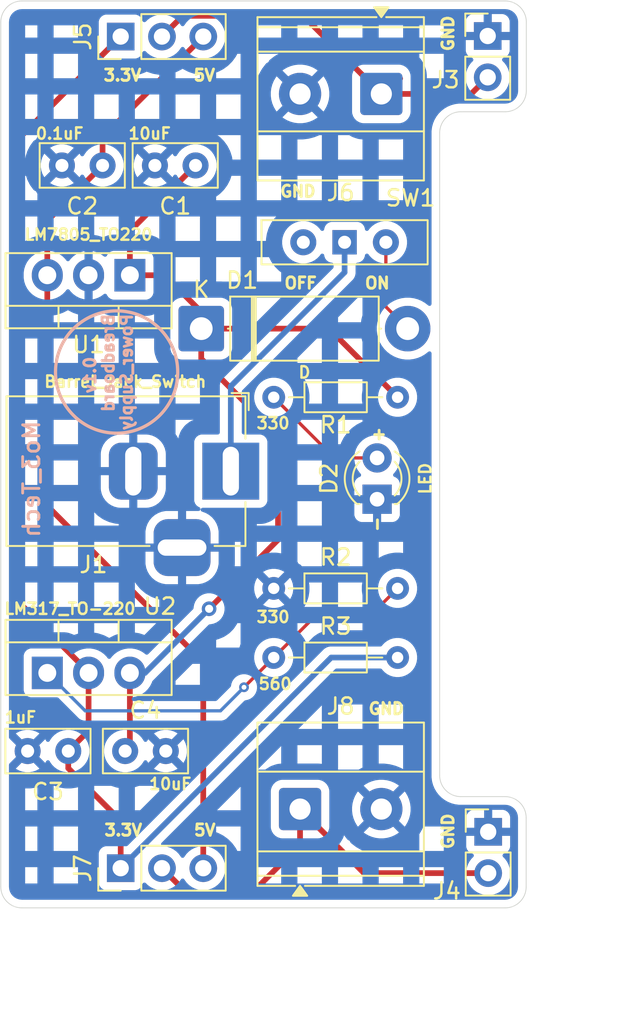
<source format=kicad_pcb>
(kicad_pcb (version 20241229) (generator "pcbnew") (generator_version "9.0")
  (title_block (title "Breadboard_Power_Supply_Layout") (date "2026-02-03") (rev "2"))
  (layers (0 "F.Cu" signal) (2 "B.Cu" signal) (13 "F.Paste" user) (15 "B.Paste" user) (5 "F.SilkS" user "F.Silkscreen") (7 "B.SilkS" user "B.Silkscreen") (1 "F.Mask" user) (3 "B.Mask" user) (25 "Edge.Cuts" user))
  (net 0 "")
  (net 1 "GND")
  (net 2 "/12V")
  (net 3 "/5V")
  (net 4 "/3.3V")
  (net 5 "Net-(D1-A)")
  (net 6 "Net-(D2-A)")
  (net 7 "/PWR_INPUT")
  (net 8 "/PWR_OUTPUT_TOP")
  (net 9 "Net-(U2-ADJ)")
  (net 11 "/PWR_OUTPUT_BOT")
  (footprint "Resistor_THT:R_Axial_DIN0204_L3.6mm_D1.6mm_P7.62mm_Horizontal" (layer "F.Cu") (at 123.89 95.25)
    (property "Reference" "R3" (at 3.81 -1.92 0) (layer "F.SilkS"))
    (property "Value" "560" (at 0.0874 1.6256 0) (layer "F.SilkS") (effects (font (size 0.7 0.7))))
    (fp_line (start 0.94 0) (end 1.89 0) (stroke (width 0.12)) (layer "F.SilkS"))
    (fp_line (start 6.68 0) (end 5.73 0) (stroke (width 0.12)) (layer "F.SilkS"))
    (fp_rect (start 1.89 -0.92) (end 5.73 0.92) (stroke (width 0.12)) (fill no) (layer "F.SilkS"))
    (pad "1" thru_hole circle (at 0 0) (size 1.4 1.4) (drill 0.7) (layers "*.Cu" "*.Mask") (net 9 "Net-(U2-ADJ)"))
    (pad "2" thru_hole circle (at 7.62 0) (size 1.4 1.4) (drill 0.7) (layers "*.Cu" "*.Mask") (net 4 "/3.3V"))
  )
  (footprint "Diode_THT:D_5W_P12.70mm_Horizontal" (layer "F.Cu") (at 119.4308 75.0316)
    (property "Reference" "D1" (at 2.5146 -2.97 0) (layer "F.SilkS"))
    (property "Value" "D" (at 6.35 2.6924 0) (layer "F.SilkS") (effects (font (size 0.7 0.7))))
    (fp_line (start 1.64 0) (end 1.78 0) (stroke (width 0.12)) (layer "F.SilkS"))
    (fp_line (start 3.115 -1.97) (end 3.115 1.97) (stroke (width 0.12)) (layer "F.SilkS"))
    (fp_line (start 3.235 -1.97) (end 3.235 1.97) (stroke (width 0.12)) (layer "F.SilkS"))
    (fp_line (start 3.355 -1.97) (end 3.355 1.97) (stroke (width 0.12)) (layer "F.SilkS"))
    (fp_line (start 11.06 0) (end 10.92 0) (stroke (width 0.12)) (layer "F.SilkS"))
    (fp_rect (start 1.78 -1.97) (end 10.92 1.97) (stroke (width 0.12)) (fill no) (layer "F.SilkS"))
    (fp_text user "K" (at 0 -2.4 0) (layer "F.SilkS"))
    (pad "1" thru_hole roundrect (at 0 0) (size 2.8 2.8) (drill 1.4) (layers "*.Cu" "*.Mask") (roundrect_rratio 0.089286) (net 2 "/12V"))
    (pad "2" thru_hole circle (at 12.7 0) (size 2.8 2.8) (drill 1.4) (layers "*.Cu" "*.Mask") (net 5 "Net-(D1-A)"))
  )
  (footprint "Capacitor_THT:C_Disc_D5.0mm_W2.5mm_P2.50mm" (layer "F.Cu") (at 113.3602 65 180)
    (property "Reference" "C2" (at 1.25 -2.5 0) (layer "F.SilkS"))
    (property "Value" "0.1uF" (at 2.6416 1.9572 0) (layer "F.SilkS") (effects (font (size 0.7 0.7))))
    (fp_line (start 3.87 1.37) (end -1.37 1.37) (stroke (width 0.12)) (layer "F.SilkS"))
    (fp_line (start 3.87 -1.37) (end 3.87 1.37) (stroke (width 0.12)) (layer "F.SilkS"))
    (fp_line (start -1.37 1.37) (end -1.37 -1.37) (stroke (width 0.12)) (layer "F.SilkS"))
    (fp_line (start -1.37 -1.37) (end 3.87 -1.37) (stroke (width 0.12)) (layer "F.SilkS"))
    (pad "1" thru_hole circle (at 0 0 180) (size 1.6 1.6) (drill 0.8) (layers "*.Cu" "*.Mask") (net 3 "/5V"))
    (pad "2" thru_hole circle (at 2.5 0 180) (size 1.6 1.6) (drill 0.8) (layers "*.Cu" "*.Mask") (net 1 "GND"))
  )
  (footprint "Capacitor_THT:C_Disc_D5.0mm_W2.5mm_P2.50mm" (layer "F.Cu") (at 111.25 101 180)
    (property "Reference" "C3" (at 1.25 -2.5 0) (layer "F.SilkS"))
    (property "Value" "1uF" (at 2.9444 2.067 0) (layer "F.SilkS") (effects (font (size 0.7 0.7))))
    (fp_line (start 3.87 1.37) (end -1.37 1.37) (stroke (width 0.12)) (layer "F.SilkS"))
    (fp_line (start 3.87 -1.37) (end 3.87 1.37) (stroke (width 0.12)) (layer "F.SilkS"))
    (fp_line (start -1.37 1.37) (end -1.37 -1.37) (stroke (width 0.12)) (layer "F.SilkS"))
    (fp_line (start -1.37 -1.37) (end 3.87 -1.37) (stroke (width 0.12)) (layer "F.SilkS"))
    (pad "1" thru_hole circle (at 0 0 180) (size 1.6 1.6) (drill 0.8) (layers "*.Cu" "*.Mask") (net 4 "/3.3V"))
    (pad "2" thru_hole circle (at 2.5 0 180) (size 1.6 1.6) (drill 0.8) (layers "*.Cu" "*.Mask") (net 1 "GND"))
  )
  (footprint "Connector_PinHeader_2.54mm:PinHeader_1x03_P2.54mm_Vertical" (layer "F.Cu") (at 114.475 108.20063 90)
    (property "Reference" "J7" (at 0 -2.33 90) (layer "F.SilkS"))
    (property "Value" "Conn_01x03_Pin" (hide yes))
    (fp_line (start -1.38 -1.38) (end 0 -1.38) (stroke (width 0.12)) (layer "F.SilkS"))
    (fp_line (start -1.38 0) (end -1.38 -1.38) (stroke (width 0.12)) (layer "F.SilkS"))
    (fp_line (start 1.38 1.27) (end 1.38 6.46) (stroke (width 0.12)) (layer "F.SilkS"))
    (fp_line (start -1.38 1.27) (end 1.38 1.27) (stroke (width 0.12)) (layer "F.SilkS"))
    (fp_line (start -1.38 1.27) (end -1.38 6.46) (stroke (width 0.12)) (layer "F.SilkS"))
    (fp_line (start -1.38 6.46) (end 1.38 6.46) (stroke (width 0.12)) (layer "F.SilkS"))
    (pad "1" thru_hole rect (at 0 0 90) (size 1.7 1.7) (drill 1) (layers "*.Cu" "*.Mask") (net 4 "/3.3V"))
    (pad "2" thru_hole circle (at 0 2.54 90) (size 1.7 1.7) (drill 1) (layers "*.Cu" "*.Mask") (net 11 "/PWR_OUTPUT_BOT"))
    (pad "3" thru_hole circle (at 0 5.08 90) (size 1.7 1.7) (drill 1) (layers "*.Cu" "*.Mask") (net 3 "/5V"))
  )
  (footprint "Connector_PinHeader_2.54mm:PinHeader_1x02_P2.54mm_Vertical" (layer "F.Cu") (at 137.0552 57.0434)
    (property "Reference" "J3" (at -2.5908 2.6974 0) (layer "F.SilkS"))
    (property "Value" "Conn_01x02_Pin" (hide yes))
    (fp_line (start -1.38 -1.38) (end 0 -1.38) (stroke (width 0.12)) (layer "F.SilkS"))
    (fp_line (start -1.38 0) (end -1.38 -1.38) (stroke (width 0.12)) (layer "F.SilkS"))
    (fp_line (start -1.38 1.27) (end -1.38 3.92) (stroke (width 0.12)) (layer "F.SilkS"))
    (fp_line (start -1.38 1.27) (end 1.38 1.27) (stroke (width 0.12)) (layer "F.SilkS"))
    (fp_line (start -1.38 3.92) (end 1.38 3.92) (stroke (width 0.12)) (layer "F.SilkS"))
    (fp_line (start 1.38 1.27) (end 1.38 3.92) (stroke (width 0.12)) (layer "F.SilkS"))
    (pad "1" thru_hole rect (at 0 0) (size 1.7 1.7) (drill 1) (layers "*.Cu" "*.Mask") (net 1 "GND"))
    (pad "2" thru_hole circle (at 0 2.54) (size 1.7 1.7) (drill 1) (layers "*.Cu" "*.Mask") (net 8 "/PWR_OUTPUT_TOP"))
  )
  (footprint "Capacitor_THT:C_Disc_D5.0mm_W2.5mm_P2.50mm" (layer "F.Cu") (at 114.75 101)
    (property "Reference" "C4" (at 1.25 -2.5 0) (layer "F.SilkS"))
    (property "Value" "10uF" (at 2.7758 2.0224 0) (layer "F.SilkS") (effects (font (size 0.7 0.7))))
    (fp_line (start -1.37 -1.37) (end 3.87 -1.37) (stroke (width 0.12)) (layer "F.SilkS"))
    (fp_line (start -1.37 1.37) (end -1.37 -1.37) (stroke (width 0.12)) (layer "F.SilkS"))
    (fp_line (start 3.87 -1.37) (end 3.87 1.37) (stroke (width 0.12)) (layer "F.SilkS"))
    (fp_line (start 3.87 1.37) (end -1.37 1.37) (stroke (width 0.12)) (layer "F.SilkS"))
    (pad "1" thru_hole circle (at 0 0) (size 1.6 1.6) (drill 0.8) (layers "*.Cu" "*.Mask") (net 2 "/12V"))
    (pad "2" thru_hole circle (at 2.5 0) (size 1.6 1.6) (drill 0.8) (layers "*.Cu" "*.Mask") (net 1 "GND"))
  )
  (footprint "Button_Switch_THT:SW_Slide-03_Wuerth-WS-SLTV_10x2.5x6.4_P2.54mm" (layer "F.Cu") (at 128.25 69.723)
    (property "Reference" "SW1" (at 4.0586 -2.7178 0) (layer "F.SilkS"))
    (property "Value" "SW_Wuerth_450301014042" (hide yes))
    (fp_rect (start -5.11 -1.36) (end 5.11 1.36) (stroke (width 0.12)) (fill no) (layer "F.SilkS"))
    (pad "1" thru_hole rect (at 0 0) (size 1.5 1.5) (drill 0.8) (layers "*.Cu" "*.Mask") (net 7 "/PWR_INPUT"))
    (pad "2" thru_hole circle (at -2.54 0) (size 1.6 1.6) (drill 0.8) (layers "*.Cu" "*.Mask"))
    (pad "3" thru_hole circle (at 2.54 0) (size 1.6 1.6) (drill 0.8) (layers "*.Cu" "*.Mask") (net 5 "Net-(D1-A)"))
  )
  (footprint "Package_TO_SOT_THT:TO-220-3_Vertical" (layer "F.Cu") (at 115.04 71.75 180)
    (property "Reference" "U1" (at 2.54 -4.27 0) (layer "F.SilkS"))
    (property "Value" "LM7805_TO220" (at 2.54 2.5 0) (layer "F.SilkS") (effects (font (size 0.7 0.7))))
    (fp_line (start 7.65 1.36) (end -2.57 1.36) (stroke (width 0.12)) (layer "F.SilkS"))
    (fp_line (start 7.65 -3.26) (end 7.65 1.36) (stroke (width 0.12)) (layer "F.SilkS"))
    (fp_line (start 4.39 -3.26) (end 4.39 -1.88) (stroke (width 0.12)) (layer "F.SilkS"))
    (fp_line (start 0.69 -3.26) (end 0.69 -1.88) (stroke (width 0.12)) (layer "F.SilkS"))
    (fp_line (start -2.57 1.36) (end -2.57 -3.26) (stroke (width 0.12)) (layer "F.SilkS"))
    (fp_line (start -2.57 -1.88) (end 7.65 -1.88) (stroke (width 0.12)) (layer "F.SilkS"))
    (fp_line (start -2.57 -3.26) (end 7.65 -3.26) (stroke (width 0.12)) (layer "F.SilkS"))
    (pad "1" thru_hole rect (at 0 0 180) (size 1.905 2) (drill 1.1) (layers "*.Cu" "*.Mask") (net 2 "/12V"))
    (pad "2" thru_hole oval (at 2.54 0 180) (size 1.905 2) (drill 1.1) (layers "*.Cu" "*.Mask") (net 1 "GND"))
    (pad "3" thru_hole oval (at 5.08 0 180) (size 1.905 2) (drill 1.1) (layers "*.Cu" "*.Mask") (net 3 "/5V"))
  )
  (footprint "Connector_BarrelJack:BarrelJack_Horizontal" (layer "F.Cu") (at 121.25 83.7925)
    (property "Reference" "J1" (at -8.45 5.75 0) (layer "F.SilkS"))
    (property "Value" "Barrel_Jack_Switch" (at -6.4928 -5.5 0) (layer "F.SilkS") (effects (font (size 0.7 0.7))))
    (fp_line (start -13.8 -4.6) (end 0.9 -4.6) (stroke (width 0.12)) (layer "F.SilkS"))
    (fp_line (start -13.8 4.6) (end -13.8 -4.6) (stroke (width 0.12)) (layer "F.SilkS"))
    (fp_line (start -5 4.6) (end -13.8 4.6) (stroke (width 0.12)) (layer "F.SilkS"))
    (fp_line (start 0.05 -4.8) (end 1.1 -4.8) (stroke (width 0.12)) (layer "F.SilkS"))
    (fp_line (start 0.9 -4.6) (end 0.9 -2) (stroke (width 0.12)) (layer "F.SilkS"))
    (fp_line (start 0.9 1.9) (end 0.9 4.6) (stroke (width 0.12)) (layer "F.SilkS"))
    (fp_line (start 0.9 4.6) (end -1 4.6) (stroke (width 0.12)) (layer "F.SilkS"))
    (fp_line (start 1.1 -3.75) (end 1.1 -4.8) (stroke (width 0.12)) (layer "F.SilkS"))
    (pad "1" thru_hole rect (at 0 0) (size 3.5 3.5) (drill oval 1 3) (layers "*.Cu" "*.Mask") (net 7 "/PWR_INPUT"))
    (pad "2" thru_hole roundrect (at -6 0) (size 3 3.5) (drill oval 1 3) (layers "*.Cu" "*.Mask") (net 1 "GND"))
    (pad "3" thru_hole roundrect (at -3 4.7) (size 3.5 3.5) (drill oval 3 1) (layers "*.Cu" "*.Mask") (net 1 "GND"))
  )
  (footprint "Capacitor_THT:C_Disc_D5.0mm_W2.5mm_P2.50mm" (layer "F.Cu") (at 119.0806 65 180)
    (property "Reference" "C1" (at 1.25 -2.5 0) (layer "F.SilkS"))
    (property "Value" "10uF" (at 2.8248 1.9572 0) (layer "F.SilkS") (effects (font (size 0.7 0.7))))
    (fp_line (start 3.87 1.37) (end -1.37 1.37) (stroke (width 0.12)) (layer "F.SilkS"))
    (fp_line (start 3.87 -1.37) (end 3.87 1.37) (stroke (width 0.12)) (layer "F.SilkS"))
    (fp_line (start -1.37 1.37) (end -1.37 -1.37) (stroke (width 0.12)) (layer "F.SilkS"))
    (fp_line (start -1.37 -1.37) (end 3.87 -1.37) (stroke (width 0.12)) (layer "F.SilkS"))
    (pad "1" thru_hole circle (at 0 0 180) (size 1.6 1.6) (drill 0.8) (layers "*.Cu" "*.Mask") (net 2 "/12V"))
    (pad "2" thru_hole circle (at 2.5 0 180) (size 1.6 1.6) (drill 0.8) (layers "*.Cu" "*.Mask") (net 1 "GND"))
  )
  (footprint "Resistor_THT:R_Axial_DIN0204_L3.6mm_D1.6mm_P7.62mm_Horizontal" (layer "F.Cu") (at 123.89 91)
    (property "Reference" "R2" (at 3.81 -1.92 0) (layer "F.SilkS"))
    (property "Value" "330" (at -0.0396 1.7608 0) (layer "F.SilkS") (effects (font (size 0.7 0.7))))
    (fp_line (start 0.94 0) (end 1.89 0) (stroke (width 0.12)) (layer "F.SilkS"))
    (fp_line (start 6.68 0) (end 5.73 0) (stroke (width 0.12)) (layer "F.SilkS"))
    (fp_rect (start 1.89 -0.92) (end 5.73 0.92) (stroke (width 0.12)) (fill no) (layer "F.SilkS"))
    (pad "1" thru_hole circle (at 0 0) (size 1.4 1.4) (drill 0.7) (layers "*.Cu" "*.Mask") (net 1 "GND"))
    (pad "2" thru_hole circle (at 7.62 0) (size 1.4 1.4) (drill 0.7) (layers "*.Cu" "*.Mask") (net 9 "Net-(U2-ADJ)"))
  )
  (footprint "TerminalBlock_Phoenix:TerminalBlock_Phoenix_MKDS-1,5-2_1x02_P5.00mm_Horizontal" (layer "F.Cu") (at 125.51 104.5665)
    (property "Reference" "J8" (at 2.5 -6.32 0) (layer "F.SilkS"))
    (property "Value" "Screw_Terminal_01x02" (hide yes))
    (fp_line (start -2.62 -5.32) (end 7.62 -5.32) (stroke (width 0.12)) (layer "F.SilkS"))
    (fp_line (start -2.62 -2.3) (end 7.62 -2.3) (stroke (width 0.12)) (layer "F.SilkS"))
    (fp_line (start -2.62 2.6) (end 7.62 2.6) (stroke (width 0.12)) (layer "F.SilkS"))
    (fp_line (start -2.62 4.1) (end 7.62 4.1) (stroke (width 0.12)) (layer "F.SilkS"))
    (fp_line (start -2.62 4.72) (end -2.62 -5.32) (stroke (width 0.12)) (layer "F.SilkS"))
    (fp_line (start -0.3 4.72) (end -2.62 4.72) (stroke (width 0.12)) (layer "F.SilkS"))
    (fp_line (start 7.62 -5.32) (end 7.62 4.72) (stroke (width 0.12)) (layer "F.SilkS"))
    (fp_line (start 7.62 4.72) (end 0.3 4.72) (stroke (width 0.12)) (layer "F.SilkS"))
    (fp_poly (pts (xy 0 4.72) (xy 0.44 5.33) (xy -0.44 5.33)) (stroke (width 0.12)) (fill yes) (layer "F.SilkS"))
    (pad "1" thru_hole roundrect (at 0 0) (size 2.6 2.6) (drill 1.3) (layers "*.Cu" "*.Mask") (roundrect_rratio 0.096154) (net 11 "/PWR_OUTPUT_BOT"))
    (pad "2" thru_hole circle (at 5 0) (size 2.6 2.6) (drill 1.3) (layers "*.Cu" "*.Mask") (net 1 "GND"))
  )
  (footprint "Connector_PinHeader_2.54mm:PinHeader_1x02_P2.54mm_Vertical" (layer "F.Cu") (at 137.0838 105.9638)
    (property "Reference" "J4" (at -2.5432 3.6372 0) (layer "F.SilkS"))
    (property "Value" "Conn_01x02_Pin" (hide yes))
    (fp_line (start -1.38 -1.38) (end 0 -1.38) (stroke (width 0.12)) (layer "F.SilkS"))
    (fp_line (start -1.38 0) (end -1.38 -1.38) (stroke (width 0.12)) (layer "F.SilkS"))
    (fp_line (start -1.38 1.27) (end -1.38 3.92) (stroke (width 0.12)) (layer "F.SilkS"))
    (fp_line (start -1.38 1.27) (end 1.38 1.27) (stroke (width 0.12)) (layer "F.SilkS"))
    (fp_line (start -1.38 3.92) (end 1.38 3.92) (stroke (width 0.12)) (layer "F.SilkS"))
    (fp_line (start 1.38 1.27) (end 1.38 3.92) (stroke (width 0.12)) (layer "F.SilkS"))
    (pad "1" thru_hole rect (at 0 0) (size 1.7 1.7) (drill 1) (layers "*.Cu" "*.Mask") (net 1 "GND"))
    (pad "2" thru_hole circle (at 0 2.54) (size 1.7 1.7) (drill 1) (layers "*.Cu" "*.Mask") (net 11 "/PWR_OUTPUT_BOT"))
  )
  (footprint "Connector_PinHeader_2.54mm:PinHeader_1x03_P2.54mm_Vertical" (layer "F.Cu") (at 114.475 57.0775 90)
    (property "Reference" "J5" (at 0 -2.33 90) (layer "F.SilkS"))
    (property "Value" "Conn_01x03_Pin" (hide yes))
    (fp_line (start -1.38 -1.38) (end 0 -1.38) (stroke (width 0.12)) (layer "F.SilkS"))
    (fp_line (start -1.38 0) (end -1.38 -1.38) (stroke (width 0.12)) (layer "F.SilkS"))
    (fp_line (start 1.38 1.27) (end 1.38 6.46) (stroke (width 0.12)) (layer "F.SilkS"))
    (fp_line (start -1.38 1.27) (end 1.38 1.27) (stroke (width 0.12)) (layer "F.SilkS"))
    (fp_line (start -1.38 1.27) (end -1.38 6.46) (stroke (width 0.12)) (layer "F.SilkS"))
    (fp_line (start -1.38 6.46) (end 1.38 6.46) (stroke (width 0.12)) (layer "F.SilkS"))
    (pad "1" thru_hole rect (at 0 0 90) (size 1.7 1.7) (drill 1) (layers "*.Cu" "*.Mask") (net 4 "/3.3V"))
    (pad "2" thru_hole circle (at 0 2.54 90) (size 1.7 1.7) (drill 1) (layers "*.Cu" "*.Mask") (net 8 "/PWR_OUTPUT_TOP"))
    (pad "3" thru_hole circle (at 0 5.08 90) (size 1.7 1.7) (drill 1) (layers "*.Cu" "*.Mask") (net 3 "/5V"))
  )
  (footprint "Package_TO_SOT_THT:TO-220-3_Vertical" (layer "F.Cu") (at 109.96 96.195)
    (property "Reference" "U2" (at 6.9308 -4.0946 0) (layer "F.SilkS"))
    (property "Value" "LM317_TO-220" (at 1.3936 -3.9422 0) (layer "F.SilkS") (effects (font (size 0.7 0.7))))
    (fp_line (start -2.57 -3.26) (end 7.65 -3.26) (stroke (width 0.12)) (layer "F.SilkS"))
    (fp_line (start -2.57 -1.88) (end 7.65 -1.88) (stroke (width 0.12)) (layer "F.SilkS"))
    (fp_line (start -2.57 1.36) (end -2.57 -3.26) (stroke (width 0.12)) (layer "F.SilkS"))
    (fp_line (start 0.69 -3.26) (end 0.69 -1.88) (stroke (width 0.12)) (layer "F.SilkS"))
    (fp_line (start 4.39 -3.26) (end 4.39 -1.88) (stroke (width 0.12)) (layer "F.SilkS"))
    (fp_line (start 7.65 -3.26) (end 7.65 1.36) (stroke (width 0.12)) (layer "F.SilkS"))
    (fp_line (start 7.65 1.36) (end -2.57 1.36) (stroke (width 0.12)) (layer "F.SilkS"))
    (pad "1" thru_hole rect (at 0 0) (size 1.905 2) (drill 1.1) (layers "*.Cu" "*.Mask") (net 9 "Net-(U2-ADJ)"))
    (pad "2" thru_hole oval (at 2.54 0) (size 1.905 2) (drill 1.1) (layers "*.Cu" "*.Mask") (net 4 "/3.3V"))
    (pad "3" thru_hole oval (at 5.08 0) (size 1.905 2) (drill 1.1) (layers "*.Cu" "*.Mask") (net 2 "/12V"))
  )
  (footprint "LED_THT:LED_D3.0mm" (layer "F.Cu") (at 130.25 85.52 90)
    (property "Reference" "D2" (at 1.27 -2.96 90) (layer "F.SilkS"))
    (property "Value" "LED" (at 1.27 2.96 90) (layer "F.SilkS") (effects (font (size 0.7 0.7))))
    (fp_line (start -0.29 -1.236) (end -0.29 -1.08) (stroke (width 0.12)) (layer "F.SilkS"))
    (fp_line (start -0.29 1.08) (end -0.29 1.236) (stroke (width 0.12)) (layer "F.SilkS"))
    (fp_arc (start -0.29 -1.235516) (mid 1.36566 -1.987699) (end 2.941437 -1.08) (stroke (width 0.12)) (layer "F.SilkS"))
    (fp_arc (start 0.229039 -1.08) (mid 1.27 -1.5) (end 2.310961 -1.08) (stroke (width 0.12)) (layer "F.SilkS"))
    (fp_arc (start 2.941437 1.08) (mid 1.36566 1.987699) (end -0.29 1.235516) (stroke (width 0.12)) (layer "F.SilkS"))
    (fp_arc (start 2.310961 1.08) (mid 1.27 1.5) (end 0.229039 1.08) (stroke (width 0.12)) (layer "F.SilkS"))
    (pad "1" thru_hole rect (at 0 0 90) (size 1.8 1.8) (drill 0.9) (layers "*.Cu" "*.Mask") (net 1 "GND"))
    (pad "2" thru_hole circle (at 2.54 0 90) (size 1.8 1.8) (drill 0.9) (layers "*.Cu" "*.Mask") (net 6 "Net-(D2-A)"))
  )
  (footprint "Resistor_THT:R_Axial_DIN0204_L3.6mm_D1.6mm_P7.62mm_Horizontal" (layer "F.Cu") (at 123.89 79.25)
    (property "Reference" "R1" (at 3.81 1.6998 0) (layer "F.SilkS"))
    (property "Value" "330" (at -0.0396 1.5982 0) (layer "F.SilkS") (effects (font (size 0.7 0.7))))
    (fp_line (start 0.94 0) (end 1.89 0) (stroke (width 0.12)) (layer "F.SilkS"))
    (fp_line (start 6.68 0) (end 5.73 0) (stroke (width 0.12)) (layer "F.SilkS"))
    (fp_rect (start 1.89 -0.92) (end 5.73 0.92) (stroke (width 0.12)) (fill no) (layer "F.SilkS"))
    (pad "1" thru_hole circle (at 0 0) (size 1.4 1.4) (drill 0.7) (layers "*.Cu" "*.Mask") (net 6 "Net-(D2-A)"))
    (pad "2" thru_hole circle (at 7.62 0) (size 1.4 1.4) (drill 0.7) (layers "*.Cu" "*.Mask") (net 2 "/12V"))
  )
  (footprint "TerminalBlock_Phoenix:TerminalBlock_Phoenix_MKDS-1,5-2_1x02_P5.00mm_Horizontal" (layer "F.Cu") (at 130.51 60.6044 180)
    (property "Reference" "J6" (at 2.5 -6.0706 0) (layer "F.SilkS"))
    (property "Value" "Screw_Terminal_01x02" (hide yes))
    (fp_line (start 7.62 4.72) (end 0.3 4.72) (stroke (width 0.12)) (layer "F.SilkS"))
    (fp_line (start 7.62 -5.32) (end 7.62 4.72) (stroke (width 0.12)) (layer "F.SilkS"))
    (fp_line (start -0.3 4.72) (end -2.62 4.72) (stroke (width 0.12)) (layer "F.SilkS"))
    (fp_line (start -2.62 4.72) (end -2.62 -5.32) (stroke (width 0.12)) (layer "F.SilkS"))
    (fp_line (start -2.62 4.1) (end 7.62 4.1) (stroke (width 0.12)) (layer "F.SilkS"))
    (fp_line (start -2.62 2.6) (end 7.62 2.6) (stroke (width 0.12)) (layer "F.SilkS"))
    (fp_line (start -2.62 -2.3) (end 7.62 -2.3) (stroke (width 0.12)) (layer "F.SilkS"))
    (fp_line (start -2.62 -5.32) (end 7.62 -5.32) (stroke (width 0.12)) (layer "F.SilkS"))
    (fp_poly (pts (xy 0 4.72) (xy 0.44 5.33) (xy -0.44 5.33)) (stroke (width 0.12)) (fill yes) (layer "F.SilkS"))
    (pad "1" thru_hole roundrect (at 0 0 180) (size 2.6 2.6) (drill 1.3) (layers "*.Cu" "*.Mask") (roundrect_rratio 0.096154) (net 8 "/PWR_OUTPUT_TOP"))
    (pad "2" thru_hole circle (at 5 0 180) (size 2.6 2.6) (drill 1.3) (layers "*.Cu" "*.Mask") (net 1 "GND"))
  )
  (gr_circle (center 114.2238 77.699399) (end 111.565079 75.040678) (stroke (width 0.2)) (fill no) (layer "B.SilkS"))
  (gr_line (start 138.133165 61.7) (end 135.4 61.7) (stroke (width 0.05)) (layer "Edge.Cuts"))
  (gr_line (start 107.1 56.1894) (end 107.1 109.3424) (stroke (width 0.05)) (layer "Edge.Cuts"))
  (gr_line (start 134.1 63) (end 134.1 102.5) (stroke (width 0.05)) (layer "Edge.Cuts"))
  (gr_arc (start 107.1 56.1894) (mid 107.480761 55.270161) (end 108.4 54.8894) (stroke (width 0.05)) (layer "Edge.Cuts"))
  (gr_arc (start 135.4 103.8) (mid 134.480761 103.419239) (end 134.1 102.5) (stroke (width 0.05)) (layer "Edge.Cuts"))
  (gr_line (start 138.123167 103.8) (end 135.4 103.8) (stroke (width 0.05)) (layer "Edge.Cuts"))
  (gr_arc (start 138.130592 54.8894) (mid 139.05 55.270231) (end 139.430831 56.189639) (stroke (width 0.05)) (layer "Edge.Cuts"))
  (gr_arc (start 139.429765 60.4034) (mid 139.05 61.320235) (end 138.133165 61.7) (stroke (width 0.05)) (layer "Edge.Cuts"))
  (gr_arc (start 108.3976 110.64) (mid 107.480058 110.259942) (end 107.1 109.3424) (stroke (width 0.05)) (layer "Edge.Cuts"))
  (gr_arc (start 138.123167 103.8) (mid 139.04 104.179766) (end 139.419767 105.0966) (stroke (width 0.05)) (layer "Edge.Cuts"))
  (gr_line (start 108.4 54.8894) (end 138.130592 54.8894) (stroke (width 0.05)) (layer "Edge.Cuts"))
  (gr_line (start 139.42 109.35) (end 139.42 105.1) (stroke (width 0.05)) (layer "Edge.Cuts"))
  (gr_arc (start 139.42 109.35) (mid 139.042168 110.262168) (end 138.13 110.64) (stroke (width 0.05)) (layer "Edge.Cuts"))
  (gr_line (start 108.4 110.64) (end 138.130592 110.64) (stroke (width 0.05)) (layer "Edge.Cuts"))
  (gr_line (start 139.43 56.189639) (end 139.43 60.4) (stroke (width 0.05)) (layer "Edge.Cuts"))
  (gr_arc (start 134.1 63) (mid 134.480761 62.080761) (end 135.4 61.7) (stroke (width 0.05)) (layer "Edge.Cuts"))
  (gr_text "GND" (at 129.6342 98.806 0) (layer "F.SilkS") (effects (font (size 0.7 0.7) (thickness 0.175) (bold yes)) (justify left bottom)))
  (gr_text "OFF" (at 124.46 72.644 0) (layer "F.SilkS") (effects (font (size 0.7 0.7) (thickness 0.175) (bold yes)) (justify left bottom)))
  (gr_text "GND" (at 135.0232 58.0644 90) (layer "F.SilkS") (effects (font (size 0.7 0.7) (thickness 0.175) (bold yes)) (justify left bottom)))
  (gr_text "ON" (at 129.413 72.644 0) (layer "F.SilkS") (effects (font (size 0.7 0.7) (thickness 0.175) (bold yes)) (justify left bottom)))
  (gr_text "-" (at 130.6322 87.6046 90) (layer "F.SilkS") (effects (font (size 0.7 0.7) (thickness 0.175) (bold yes)) (justify left bottom)))
  (gr_text "3.3V" (at 113.3856 106.2736 0) (layer "F.SilkS") (effects (font (size 0.7 0.7) (thickness 0.175) (bold yes)) (justify left bottom)))
  (gr_text "GND" (at 124.1986 67.0052 0) (layer "F.SilkS") (effects (font (size 0.7 0.7) (thickness 0.175) (bold yes)) (justify left bottom)))
  (gr_text "3.3V" (at 113.3348 59.8678 0) (layer "F.SilkS") (effects (font (size 0.7 0.7) (thickness 0.175) (bold yes)) (justify left bottom)))
  (gr_text "+" (at 130.7338 82.0928 90) (layer "F.SilkS") (effects (font (size 0.7 0.7) (thickness 0.175) (bold yes)) (justify left bottom)))
  (gr_text "5V" (at 118.8974 106.2736 0) (layer "F.SilkS") (effects (font (size 0.7 0.7) (thickness 0.175) (bold yes)) (justify left bottom)))
  (gr_text "5V" (at 118.872 59.8678 0) (layer "F.SilkS") (effects (font (size 0.7 0.7) (thickness 0.175) (bold yes)) (justify left bottom)))
  (gr_text "GND" (at 135.0232 107.1118 90) (layer "F.SilkS") (effects (font (size 0.7 0.7) (thickness 0.175) (bold yes)) (justify left bottom)))
  (gr_text "Mo3_Tech" (at 109.5756 80.5942 90) (layer "B.SilkS") (effects (font (size 1 1) (thickness 0.175) (bold yes)) (justify left bottom mirror)))
  (gr_text "	0.1v\nBreadboard\nPower_Supply" (at 115.25 74.041 90) (layer "B.SilkS") (effects (font (size 0.7 0.7) (thickness 0.175) (bold yes)) (justify left bottom mirror)))
  (segment (start 119.4308 74) (end 119.4308 75.0316) (width 0.35) (layer "F.Cu") (net 2))
  (segment (start 115.04 71.75) (end 117.1808 71.75) (width 0.35) (layer "F.Cu") (net 2))
  (segment (start 115.04 69.0406) (end 115.04 71.75) (width 0.35) (layer "F.Cu") (net 2))
  (segment (start 119.0806 65) (end 115.04 69.0406) (width 0.35) (layer "F.Cu") (net 2))
  (segment (start 117.1808 71.75) (end 119.4308 74) (width 0.35) (layer "F.Cu") (net 2))
  (segment (start 115.04 100.71) (end 114.75 101) (width 0.35) (layer "F.Cu") (net 2))
  (segment (start 119.4308 76.8858) (end 119.4308 75.0316) (width 0.35) (layer "F.Cu") (net 2))
  (segment (start 124.1552 88.011) (end 124.1552 81.6102) (width 0.35) (layer "F.Cu") (net 2))
  (segment (start 115.04 96.195) (end 115.04 100.71) (width 0.35) (layer "F.Cu") (net 2))
  (segment (start 131.51 79.25) (end 127.2916 75.0316) (width 0.35) (layer "F.Cu") (net 2))
  (segment (start 127.2916 75.0316) (end 119.4308 75.0316) (width 0.35) (layer "F.Cu") (net 2))
  (segment (start 119.9134 92.2528) (end 124.1552 88.011) (width 0.35) (layer "F.Cu") (net 2))
  (segment (start 124.1552 81.6102) (end 119.4308 76.8858) (width 0.35) (layer "F.Cu") (net 2))
  (via (at 119.9134 92.2528) (size 0.9) (drill 0.5) (layers "F.Cu" "B.Cu") (net 2))
  (segment (start 119.9134 92.2528) (end 115.9712 96.195) (width 0.35) (layer "B.Cu") (net 2))
  (segment (start 115.9712 96.195) (end 115.04 96.195) (width 0.35) (layer "B.Cu") (net 2))
  (segment (start 109.96 68.4002) (end 113.3602 65) (width 0.35) (layer "F.Cu") (net 3))
  (segment (start 113.3602 63.2723) (end 119.555 57.0775) (width 0.35) (layer "F.Cu") (net 3))
  (segment (start 109.96 71.75) (end 109.96 68.4002) (width 0.35) (layer "F.Cu") (net 3))
  (segment (start 113.3602 65) (end 113.3602 63.2723) (width 0.35) (layer "F.Cu") (net 3))
  (segment (start 119.555 95.5266) (end 109.96 85.9316) (width 0.35) (layer "F.Cu") (net 3))
  (segment (start 109.96 85.9316) (end 109.96 71.75) (width 0.35) (layer "F.Cu") (net 3))
  (segment (start 119.555 108.20063) (end 119.555 95.5266) (width 0.35) (layer "F.Cu") (net 3))
  (segment (start 114.475 105.2802) (end 114.475 108.20063) (width 0.35) (layer "F.Cu") (net 4))
  (segment (start 111.25 101) (end 111.25 102.0552) (width 0.35) (layer "F.Cu") (net 4))
  (segment (start 108.1786 63.3739) (end 108.1786 91.8261) (width 0.35) (layer "F.Cu") (net 4))
  (segment (start 108.1786 91.8261) (end 112.5 96.1475) (width 0.35) (layer "F.Cu") (net 4))
  (segment (start 111.25 102.0552) (end 114.475 105.2802) (width 0.35) (layer "F.Cu") (net 4))
  (segment (start 112.5 96.195) (end 112.5 99.75) (width 0.35) (layer "F.Cu") (net 4))
  (segment (start 114.475 57.0775) (end 108.1786 63.3739) (width 0.35) (layer "F.Cu") (net 4))
  (segment (start 112.5 96.1475) (end 112.5 96.195) (width 0.35) (layer "F.Cu") (net 4))
  (segment (start 112.5 99.75) (end 111.25 101) (width 0.35) (layer "F.Cu") (net 4))
  (segment (start 131.51 95.25) (end 127.42563 95.25) (width 0.35) (layer "B.Cu") (net 4))
  (segment (start 127.42563 95.25) (end 114.475 108.20063) (width 0.35) (layer "B.Cu") (net 4))
  (segment (start 130.79 73.6908) (end 132.1308 75.0316) (width 0.2) (layer "F.Cu") (net 5))
  (segment (start 130.79 69.723) (end 130.79 73.6908) (width 0.2) (layer "F.Cu") (net 5))
  (segment (start 123.89 79.25) (end 127.62 82.98) (width 0.2) (layer "F.Cu") (net 6))
  (segment (start 127.62 82.98) (end 130.25 82.98) (width 0.2) (layer "F.Cu") (net 6))
  (segment (start 128.25 71.5718) (end 128.25 69.723) (width 0.35) (layer "B.Cu") (net 7))
  (segment (start 121.25 83.7925) (end 121.25 78.5718) (width 0.35) (layer "B.Cu") (net 7))
  (segment (start 121.25 78.5718) (end 128.25 71.5718) (width 0.35) (layer "B.Cu") (net 7))
  (segment (start 117.015 57.0775) (end 118.291 55.8015) (width 0.35) (layer "F.Cu") (net 8))
  (segment (start 137.0552 59.5834) (end 136.0342 60.6044) (width 0.35) (layer "F.Cu") (net 8))
  (segment (start 125.7071 55.8015) (end 130.51 60.6044) (width 0.35) (layer "F.Cu") (net 8))
  (segment (start 136.0342 60.6044) (end 130.51 60.6044) (width 0.35) (layer "F.Cu") (net 8))
  (segment (start 118.291 55.8015) (end 125.7071 55.8015) (width 0.35) (layer "F.Cu") (net 8))
  (segment (start 131.6679 59.6596) (end 131 60.3275) (width 0.35) (layer "F.Cu") (net 8))
  (segment (start 131.51 91) (end 129.8254 92.6846) (width 0.2) (layer "F.Cu") (net 9))
  (segment (start 129.8254 92.6846) (end 126.4554 92.6846) (width 0.2) (layer "F.Cu") (net 9))
  (segment (start 126.4554 92.6846) (end 123.89 95.25) (width 0.2) (layer "F.Cu") (net 9))
  (segment (start 122.0612 97.0788) (end 123.89 95.25) (width 0.2) (layer "F.Cu") (net 9))
  (via (at 122.0612 97.0788) (size 0.6) (drill 0.3) (layers "F.Cu" "B.Cu") (net 9))
  (segment (start 120.6134 98.5266) (end 112.2916 98.5266) (width 0.2) (layer "B.Cu") (net 9))
  (segment (start 112.2916 98.5266) (end 109.96 96.195) (width 0.2) (layer "B.Cu") (net 9))
  (segment (start 122.0612 97.0788) (end 120.6134 98.5266) (width 0.2) (layer "B.Cu") (net 9))
  (segment (start 137.0838 108.5038) (end 129.4473 108.5038) (width 0.35) (layer "F.Cu") (net 11))
  (segment (start 126.356 104.5665) (end 125.51 104.5665) (width 0.35) (layer "F.Cu") (net 11))
  (segment (start 125.51 106.76) (end 125.51 104.5665) (width 0.35) (layer "F.Cu") (net 11))
  (segment (start 122.53 109.74) (end 125.51 106.76) (width 0.35) (layer "F.Cu") (net 11))
  (segment (start 117.015 108.20063) (end 118.55437 109.74) (width 0.35) (layer "F.Cu") (net 11))
  (segment (start 118.55437 109.74) (end 122.53 109.74) (width 0.35) (layer "F.Cu") (net 11))
  (segment (start 129.4473 108.5038) (end 125.51 104.5665) (width 0.35) (layer "F.Cu") (net 11))
  (zone (net 1) (net_name "GND") (layer "B.Cu") (connect_pads (clearance 0.5)) (min_thickness 0.25) (fill yes (mode hatch) (thermal_gap 0.5) (thermal_bridge_width 0.5) (hatch_thickness 1) (hatch_gap 1.5) (hatch_orientation 0) (hatch_border_algorithm hatch_thickness) (hatch_min_hole_area 0.3))
    (polygon (pts (xy 108.3056 55.0164) (xy 107.1372 56.1848) (xy 107.1372 109.7026) (xy 107.9754 110.5408) (xy 138.43 110.5408) (xy 139.2428 109.906324) (xy 139.2428 104.5337) (xy 138.54 103.9) (xy 134.77148 103.9) (xy 134.0612 103.1748) (xy 134.0612 62.3824) (xy 134.762788 61.680812) (xy 138.457646 61.643115) (xy 139.2174 61.119425) (xy 139.2174 55.451718) (xy 138.587727 55.04163)))
  )
)
</source>
